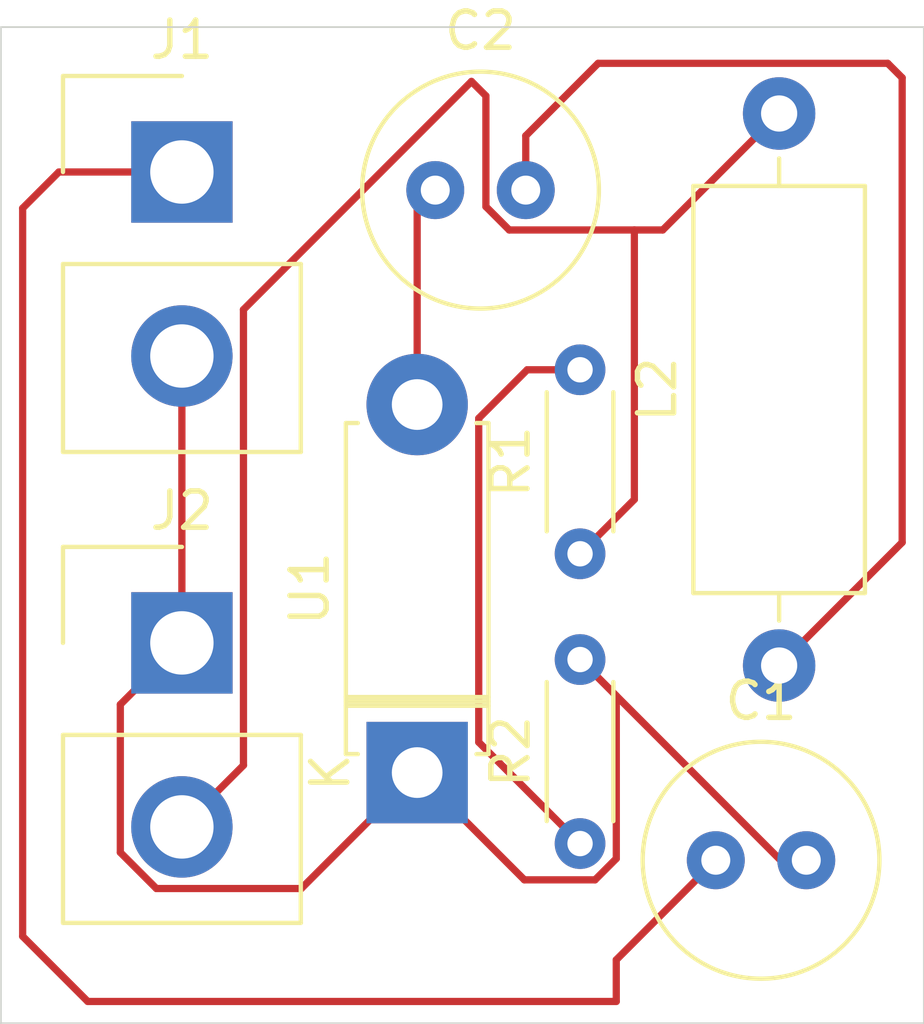
<source format=kicad_pcb>
(kicad_pcb (version 20241229) (generator "pcbnew") (generator_version "9.0")
  (layers (0 "F.Cu" signal) (2 "B.Cu" signal) (13 "F.Paste" user) (15 "B.Paste" user) (5 "F.SilkS" user "F.Silkscreen") (7 "B.SilkS" user "B.Silkscreen") (1 "F.Mask" user) (3 "B.Mask" user) (25 "Edge.Cuts" user))
  (net 0 "")
  (net 1 "GND")
  (net 2 "/IN")
  (net 3 "Net-(C2-Pad2)")
  (net 4 "/VBST")
  (net 5 "Net-(J2-Pin_2)")
  (net 6 "Net-(U1-VFB)")
  (footprint "Resistor_THT:R_Axial_DIN0204_L3.6mm_D1.6mm_P5.08mm_Horizontal" (layer "F.Cu") (at 116 64.54 90)
    (property "Reference" "R1" (at 2.54 -1.92 90) (layer "F.SilkS"))
    (property "Value" "R_US")
    (fp_line (start 0.62 -0.92) (end 4.46 -0.92) (stroke (width 0.12)) (layer "F.SilkS"))
    (fp_line (start 0.62 0.92) (end 4.46 0.92) (stroke (width 0.12)) (layer "F.SilkS"))
    (pad "1" thru_hole circle (at 0 0 90) (size 1.4 1.4) (drill 0.7) (layers "*.Cu" "*.Mask") (net 5 "Net-(J2-Pin_2)"))
    (pad "2" thru_hole oval (at 5.08 0 90) (size 1.4 1.4) (drill 0.7) (layers "*.Cu" "*.Mask") (net 6 "Net-(U1-VFB)"))
  )
  (footprint "Diode_THT:D_5W_P10.16mm_Horizontal" (layer "F.Cu") (at 111.5 70.58 90)
    (property "Reference" "U1" (at 5.08 -2.97 90) (layer "F.SilkS"))
    (property "Value" "TPS561208DDCR")
    (fp_line (start 9.65 -1.97) (end 9.65 -1.64) (stroke (width 0.12)) (layer "F.SilkS"))
    (fp_line (start 2.085 -1.97) (end 2.085 1.97) (stroke (width 0.12)) (layer "F.SilkS"))
    (fp_line (start 1.965 -1.97) (end 1.965 1.97) (stroke (width 0.12)) (layer "F.SilkS"))
    (fp_line (start 1.845 -1.97) (end 1.845 1.97) (stroke (width 0.12)) (layer "F.SilkS"))
    (fp_line (start 0.51 -1.97) (end 9.65 -1.97) (stroke (width 0.12)) (layer "F.SilkS"))
    (fp_line (start 0.51 -1.64) (end 0.51 -1.97) (stroke (width 0.12)) (layer "F.SilkS"))
    (fp_line (start 0.51 1.64) (end 0.51 1.97) (stroke (width 0.12)) (layer "F.SilkS"))
    (fp_line (start 9.65 1.97) (end 9.65 1.64) (stroke (width 0.12)) (layer "F.SilkS"))
    (fp_line (start 0.51 1.97) (end 9.65 1.97) (stroke (width 0.12)) (layer "F.SilkS"))
    (fp_text user "K" (at 0 -2.4 90) (layer "F.SilkS"))
    (pad "1" thru_hole rect (at 0 0 90) (size 2.8 2.8) (drill 1.4) (layers "*.Cu" "*.Mask") (net 1 "GND"))
    (pad "2" thru_hole oval (at 10.16 0 90) (size 2.8 2.8) (drill 1.4) (layers "*.Cu" "*.Mask") (net 4 "/VBST"))
  )
  (footprint "Connector_Samtec_HPM_THT:Samtec_HPM-02-01-x-S_Straight_1x02_Pitch5.08mm" (layer "F.Cu") (at 105 54)
    (property "Reference" "J1" (at 0 -3.65 0) (layer "F.SilkS"))
    (property "Value" "IN")
    (fp_line (start -3.285 -2.65) (end 0 -2.65) (stroke (width 0.12)) (layer "F.SilkS"))
    (fp_line (start -3.285 0) (end -3.285 -2.65) (stroke (width 0.12)) (layer "F.SilkS"))
    (fp_line (start -3.285 2.54) (end -3.285 7.73) (stroke (width 0.12)) (layer "F.SilkS"))
    (fp_line (start -3.285 2.54) (end 3.285 2.54) (stroke (width 0.12)) (layer "F.SilkS"))
    (fp_line (start -3.285 7.73) (end 3.285 7.73) (stroke (width 0.12)) (layer "F.SilkS"))
    (fp_line (start 3.285 2.54) (end 3.285 7.73) (stroke (width 0.12)) (layer "F.SilkS"))
    (pad "1" thru_hole rect (at 0 0) (size 2.8 2.8) (drill 1.75) (layers "*.Cu" "*.Mask") (net 2 "/IN"))
    (pad "2" thru_hole circle (at 0 5.08) (size 2.8 2.8) (drill 1.75) (layers "*.Cu" "*.Mask") (net 1 "GND"))
  )
  (footprint "Connector_Samtec_HPM_THT:Samtec_HPM-02-01-x-S_Straight_1x02_Pitch5.08mm" (layer "F.Cu") (at 105 67)
    (property "Reference" "J2" (at 0 -3.65 0) (layer "F.SilkS"))
    (property "Value" "IN")
    (fp_line (start -3.285 -2.65) (end 0 -2.65) (stroke (width 0.12)) (layer "F.SilkS"))
    (fp_line (start -3.285 0) (end -3.285 -2.65) (stroke (width 0.12)) (layer "F.SilkS"))
    (fp_line (start -3.285 2.54) (end -3.285 7.73) (stroke (width 0.12)) (layer "F.SilkS"))
    (fp_line (start -3.285 2.54) (end 3.285 2.54) (stroke (width 0.12)) (layer "F.SilkS"))
    (fp_line (start -3.285 7.73) (end 3.285 7.73) (stroke (width 0.12)) (layer "F.SilkS"))
    (fp_line (start 3.285 2.54) (end 3.285 7.73) (stroke (width 0.12)) (layer "F.SilkS"))
    (pad "1" thru_hole rect (at 0 0) (size 2.8 2.8) (drill 1.75) (layers "*.Cu" "*.Mask") (net 1 "GND"))
    (pad "2" thru_hole circle (at 0 5.08) (size 2.8 2.8) (drill 1.75) (layers "*.Cu" "*.Mask") (net 5 "Net-(J2-Pin_2)"))
  )
  (footprint "Capacitor_THT:C_Radial_D6.3mm_H5.0mm_P2.50mm" (layer "F.Cu") (at 119.75 73)
    (property "Reference" "C1" (at 1.25 -4.4 0) (layer "F.SilkS"))
    (property "Value" "C")
    (fp_circle (center 1.25 0) (end 4.52 0) (stroke (width 0.12)) (fill no) (layer "F.SilkS"))
    (pad "1" thru_hole circle (at 0 0) (size 1.6 1.6) (drill 0.8) (layers "*.Cu" "*.Mask") (net 2 "/IN"))
    (pad "2" thru_hole circle (at 2.5 0) (size 1.6 1.6) (drill 0.8) (layers "*.Cu" "*.Mask") (net 1 "GND"))
  )
  (footprint "Inductor_THT:L_Axial_L11.0mm_D4.5mm_P15.24mm_Horizontal_Fastron_MECC" (layer "F.Cu") (at 121.5 67.625 90)
    (property "Reference" "L2" (at 7.62 -3.37 90) (layer "F.SilkS"))
    (property "Value" "SPM3015T-4R7M-LR")
    (fp_line (start 13.24 -2.37) (end 2 -2.37) (stroke (width 0.12)) (layer "F.SilkS"))
    (fp_line (start 2 -2.37) (end 2 2.37) (stroke (width 0.12)) (layer "F.SilkS"))
    (fp_line (start 14 0) (end 13.24 0) (stroke (width 0.12)) (layer "F.SilkS"))
    (fp_line (start 1.24 0) (end 2 0) (stroke (width 0.12)) (layer "F.SilkS"))
    (fp_line (start 13.24 2.37) (end 13.24 -2.37) (stroke (width 0.12)) (layer "F.SilkS"))
    (fp_line (start 2 2.37) (end 13.24 2.37) (stroke (width 0.12)) (layer "F.SilkS"))
    (pad "1" thru_hole circle (at 0 0 90) (size 2 2) (drill 1) (layers "*.Cu" "*.Mask") (net 3 "Net-(C2-Pad2)"))
    (pad "2" thru_hole oval (at 15.24 0 90) (size 2 2) (drill 1) (layers "*.Cu" "*.Mask") (net 5 "Net-(J2-Pin_2)"))
  )
  (footprint "Capacitor_THT:C_Radial_D6.3mm_H11.0mm_P2.50mm" (layer "F.Cu") (at 112 54.5)
    (property "Reference" "C2" (at 1.25 -4.4 0) (layer "F.SilkS"))
    (property "Value" "C")
    (fp_circle (center 1.25 0) (end 4.52 0) (stroke (width 0.12)) (fill no) (layer "F.SilkS"))
    (pad "1" thru_hole circle (at 0 0) (size 1.6 1.6) (drill 0.8) (layers "*.Cu" "*.Mask") (net 4 "/VBST"))
    (pad "2" thru_hole circle (at 2.5 0) (size 1.6 1.6) (drill 0.8) (layers "*.Cu" "*.Mask") (net 3 "Net-(C2-Pad2)"))
  )
  (footprint "Resistor_THT:R_Axial_DIN0204_L3.6mm_D1.6mm_P5.08mm_Horizontal" (layer "F.Cu") (at 116 72.54 90)
    (property "Reference" "R2" (at 2.54 -1.92 90) (layer "F.SilkS"))
    (property "Value" "R_US")
    (fp_line (start 0.62 -0.92) (end 4.46 -0.92) (stroke (width 0.12)) (layer "F.SilkS"))
    (fp_line (start 0.62 0.92) (end 4.46 0.92) (stroke (width 0.12)) (layer "F.SilkS"))
    (pad "1" thru_hole circle (at 0 0 90) (size 1.4 1.4) (drill 0.7) (layers "*.Cu" "*.Mask") (net 6 "Net-(U1-VFB)"))
    (pad "2" thru_hole oval (at 5.08 0 90) (size 1.4 1.4) (drill 0.7) (layers "*.Cu" "*.Mask") (net 1 "GND"))
  )
  (gr_rect (start 100 50) (end 125.5 77.5) (stroke (width 0.05)) (fill no) (layer "Edge.Cuts"))
  (segment (start 108.299 73.781) (end 111.5 70.58) (width 0.2) (layer "F.Cu") (net 1))
  (segment (start 103.299 68.701) (end 103.299 72.784578) (width 0.2) (layer "F.Cu") (net 1))
  (segment (start 111.5 70.58) (end 114.461 73.541) (width 0.2) (layer "F.Cu") (net 1))
  (segment (start 116.414628 73.541) (end 117.001 72.954628) (width 0.2) (layer "F.Cu") (net 1))
  (segment (start 105 67) (end 103.299 68.701) (width 0.2) (layer "F.Cu") (net 1))
  (segment (start 117.001 68.461) (end 116 67.46) (width 0.2) (layer "F.Cu") (net 1))
  (segment (start 105 67) (end 105 59.08) (width 0.2) (layer "F.Cu") (net 1))
  (segment (start 104.295422 73.781) (end 108.299 73.781) (width 0.2) (layer "F.Cu") (net 1))
  (segment (start 111.5 70.58) (end 111 70.08) (width 0.2) (layer "F.Cu") (net 1))
  (segment (start 121.54 73) (end 122.25 73) (width 0.2) (layer "F.Cu") (net 1))
  (segment (start 116 67.46) (end 121.54 73) (width 0.2) (layer "F.Cu") (net 1))
  (segment (start 114.461 73.541) (end 116.414628 73.541) (width 0.2) (layer "F.Cu") (net 1))
  (segment (start 117.001 72.954628) (end 117.001 68.461) (width 0.2) (layer "F.Cu") (net 1))
  (segment (start 103.299 72.784578) (end 104.295422 73.781) (width 0.2) (layer "F.Cu") (net 1))
  (segment (start 100.601 55) (end 100.601 75.101) (width 0.2) (layer "F.Cu") (net 2))
  (segment (start 101.601 54) (end 100.601 55) (width 0.2) (layer "F.Cu") (net 2))
  (segment (start 105 54) (end 101.601 54) (width 0.2) (layer "F.Cu") (net 2))
  (segment (start 117 75.75) (end 119.75 73) (width 0.2) (layer "F.Cu") (net 2))
  (segment (start 100.601 75.101) (end 102.399 76.899) (width 0.2) (layer "F.Cu") (net 2))
  (segment (start 119.75 73) (end 119.5 73) (width 0.2) (layer "F.Cu") (net 2))
  (segment (start 102.399 76.899) (end 117 76.899) (width 0.2) (layer "F.Cu") (net 2))
  (segment (start 117 76.899) (end 117 75.75) (width 0.2) (layer "F.Cu") (net 2))
  (segment (start 124.899 51.399) (end 124.899 64.226) (width 0.2) (layer "F.Cu") (net 3))
  (segment (start 114.5 54.5) (end 114.5 53) (width 0.2) (layer "F.Cu") (net 3))
  (segment (start 124.5 51) (end 124.899 51.399) (width 0.2) (layer "F.Cu") (net 3))
  (segment (start 116.5 51) (end 124.5 51) (width 0.2) (layer "F.Cu") (net 3))
  (segment (start 124.899 64.226) (end 121.5 67.625) (width 0.2) (layer "F.Cu") (net 3))
  (segment (start 114.5 53) (end 116.5 51) (width 0.2) (layer "F.Cu") (net 3))
  (segment (start 111.5 55) (end 112 54.5) (width 0.2) (layer "F.Cu") (net 4))
  (segment (start 112 59.92) (end 111.5 60.42) (width 0.2) (layer "F.Cu") (net 4))
  (segment (start 111.5 60.42) (end 111.5 55) (width 0.2) (layer "F.Cu") (net 4))
  (segment (start 116 64.54) (end 117.5 63.04) (width 0.2) (layer "F.Cu") (net 5))
  (segment (start 118.284 55.601) (end 121.5 52.385) (width 0.2) (layer "F.Cu") (net 5))
  (segment (start 113.399 51.899) (end 113.399 54.95605) (width 0.2) (layer "F.Cu") (net 5))
  (segment (start 106.701 57.799) (end 113 51.5) (width 0.2) (layer "F.Cu") (net 5))
  (segment (start 105 72.08) (end 106.701 70.379) (width 0.2) (layer "F.Cu") (net 5))
  (segment (start 114.04395 55.601) (end 117.5 55.601) (width 0.2) (layer "F.Cu") (net 5))
  (segment (start 106.701 70.379) (end 106.701 57.799) (width 0.2) (layer "F.Cu") (net 5))
  (segment (start 113 51.5) (end 113.399 51.899) (width 0.2) (layer "F.Cu") (net 5))
  (segment (start 117.5 55.601) (end 118.284 55.601) (width 0.2) (layer "F.Cu") (net 5))
  (segment (start 113.399 54.95605) (end 114.04395 55.601) (width 0.2) (layer "F.Cu") (net 5))
  (segment (start 117.5 63.04) (end 117.5 55.601) (width 0.2) (layer "F.Cu") (net 5))
  (segment (start 113.201 69.741) (end 113.201 60.799) (width 0.2) (layer "F.Cu") (net 6))
  (segment (start 113.201 60.799) (end 114.54 59.46) (width 0.2) (layer "F.Cu") (net 6))
  (segment (start 114.54 59.46) (end 116 59.46) (width 0.2) (layer "F.Cu") (net 6))
  (segment (start 116 72.54) (end 113.201 69.741) (width 0.2) (layer "F.Cu") (net 6))
)
</source>
